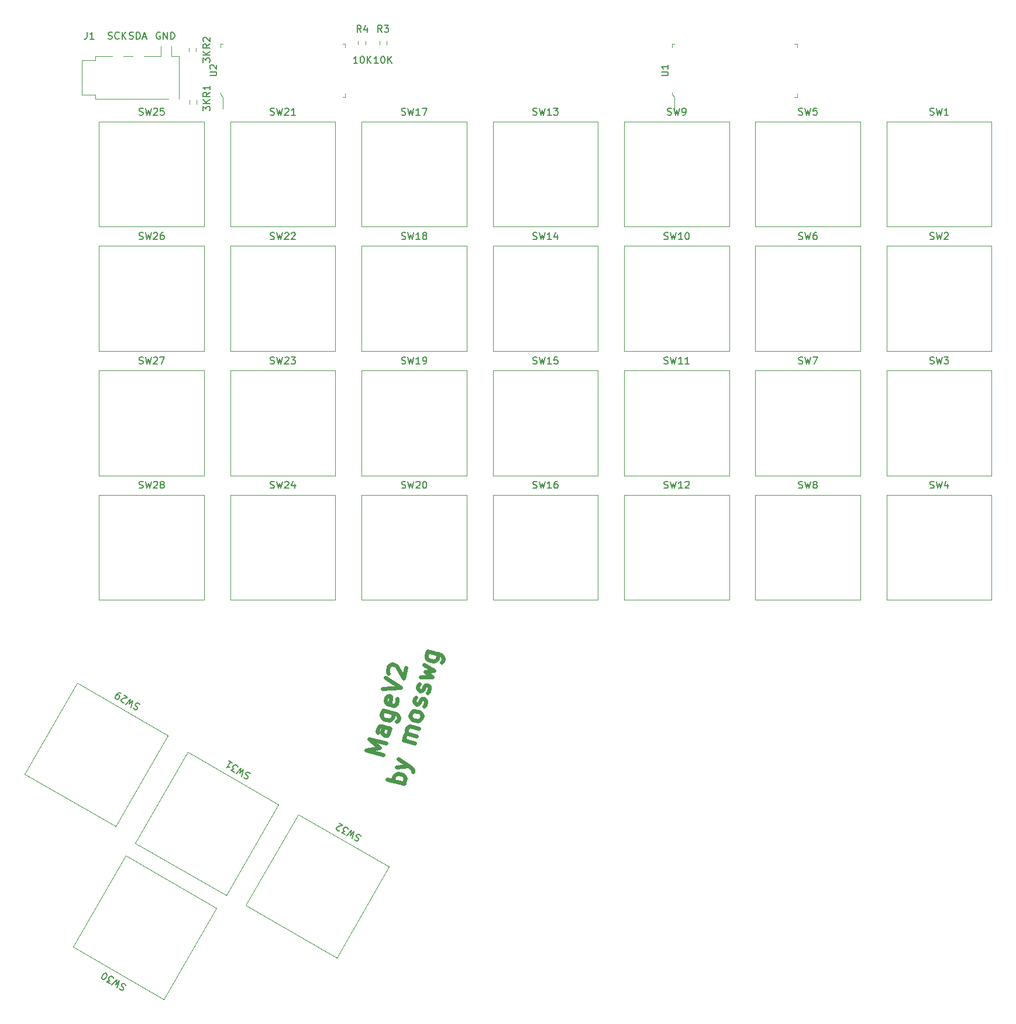
<source format=gbr>
%TF.GenerationSoftware,KiCad,Pcbnew,(6.0.11)*%
%TF.CreationDate,2023-05-24T14:48:23-07:00*%
%TF.ProjectId,keeb,6b656562-2e6b-4696-9361-645f70636258,rev?*%
%TF.SameCoordinates,Original*%
%TF.FileFunction,Legend,Top*%
%TF.FilePolarity,Positive*%
%FSLAX46Y46*%
G04 Gerber Fmt 4.6, Leading zero omitted, Abs format (unit mm)*
G04 Created by KiCad (PCBNEW (6.0.11)) date 2023-05-24 14:48:23*
%MOMM*%
%LPD*%
G01*
G04 APERTURE LIST*
%ADD10C,0.150000*%
%ADD11C,0.600000*%
%ADD12C,0.120000*%
%ADD13C,0.100000*%
G04 APERTURE END LIST*
D10*
X90238095Y-34500000D02*
X90142857Y-34452380D01*
X90000000Y-34452380D01*
X89857142Y-34500000D01*
X89761904Y-34595238D01*
X89714285Y-34690476D01*
X89666666Y-34880952D01*
X89666666Y-35023809D01*
X89714285Y-35214285D01*
X89761904Y-35309523D01*
X89857142Y-35404761D01*
X90000000Y-35452380D01*
X90095238Y-35452380D01*
X90238095Y-35404761D01*
X90285714Y-35357142D01*
X90285714Y-35023809D01*
X90095238Y-35023809D01*
X90714285Y-35452380D02*
X90714285Y-34452380D01*
X91285714Y-35452380D01*
X91285714Y-34452380D01*
X91761904Y-35452380D02*
X91761904Y-34452380D01*
X92000000Y-34452380D01*
X92142857Y-34500000D01*
X92238095Y-34595238D01*
X92285714Y-34690476D01*
X92333333Y-34880952D01*
X92333333Y-35023809D01*
X92285714Y-35214285D01*
X92238095Y-35309523D01*
X92142857Y-35404761D01*
X92000000Y-35452380D01*
X91761904Y-35452380D01*
X85785714Y-35404761D02*
X85928571Y-35452380D01*
X86166666Y-35452380D01*
X86261904Y-35404761D01*
X86309523Y-35357142D01*
X86357142Y-35261904D01*
X86357142Y-35166666D01*
X86309523Y-35071428D01*
X86261904Y-35023809D01*
X86166666Y-34976190D01*
X85976190Y-34928571D01*
X85880952Y-34880952D01*
X85833333Y-34833333D01*
X85785714Y-34738095D01*
X85785714Y-34642857D01*
X85833333Y-34547619D01*
X85880952Y-34500000D01*
X85976190Y-34452380D01*
X86214285Y-34452380D01*
X86357142Y-34500000D01*
X86785714Y-35452380D02*
X86785714Y-34452380D01*
X87023809Y-34452380D01*
X87166666Y-34500000D01*
X87261904Y-34595238D01*
X87309523Y-34690476D01*
X87357142Y-34880952D01*
X87357142Y-35023809D01*
X87309523Y-35214285D01*
X87261904Y-35309523D01*
X87166666Y-35404761D01*
X87023809Y-35452380D01*
X86785714Y-35452380D01*
X87738095Y-35166666D02*
X88214285Y-35166666D01*
X87642857Y-35452380D02*
X87976190Y-34452380D01*
X88309523Y-35452380D01*
D11*
X122484653Y-138981362D02*
X120069838Y-138334314D01*
X122010388Y-137991553D01*
X120501203Y-136724438D01*
X122916018Y-137371485D01*
X123501442Y-135186653D02*
X122236539Y-134847723D01*
X121975745Y-134901091D01*
X121799130Y-135100262D01*
X121675883Y-135560226D01*
X121729251Y-135821020D01*
X123386451Y-135155841D02*
X123439818Y-135416635D01*
X123285759Y-135991591D01*
X123109145Y-136190762D01*
X122848351Y-136244129D01*
X122618368Y-136182506D01*
X122419198Y-136005891D01*
X122365830Y-135745097D01*
X122519889Y-135170141D01*
X122466521Y-134909347D01*
X122476990Y-132570456D02*
X124431840Y-133094256D01*
X124631010Y-133270871D01*
X124715189Y-133416674D01*
X124768557Y-133677468D01*
X124676122Y-134022442D01*
X124499507Y-134221612D01*
X123971875Y-132971009D02*
X124025242Y-133231803D01*
X123901995Y-133691768D01*
X123725381Y-133890938D01*
X123579578Y-133975118D01*
X123318783Y-134028485D01*
X122628836Y-133843615D01*
X122429666Y-133667000D01*
X122345486Y-133521197D01*
X122292119Y-133260403D01*
X122415366Y-132800438D01*
X122591981Y-132601268D01*
X124526487Y-130901168D02*
X124579855Y-131161962D01*
X124456608Y-131621927D01*
X124279993Y-131821097D01*
X124019199Y-131874465D01*
X123099269Y-131627971D01*
X122900099Y-131451356D01*
X122846731Y-131190562D01*
X122969978Y-130730597D01*
X123146593Y-130531427D01*
X123407387Y-130478059D01*
X123637370Y-130539683D01*
X123559234Y-131751218D01*
X122442346Y-129479994D02*
X125072843Y-129322103D01*
X122873711Y-127870118D01*
X123288564Y-127241794D02*
X123204385Y-127095991D01*
X123151017Y-126835197D01*
X123305076Y-126260241D01*
X123481691Y-126061071D01*
X123627494Y-125976891D01*
X123888288Y-125923524D01*
X124118271Y-125985147D01*
X124432432Y-126192574D01*
X125442585Y-127942209D01*
X125843138Y-126447324D01*
X125525180Y-143185366D02*
X123110365Y-142538318D01*
X124030294Y-142784813D02*
X123976927Y-142524018D01*
X124100174Y-142064054D01*
X124276789Y-141864883D01*
X124422592Y-141780704D01*
X124683386Y-141727336D01*
X125373333Y-141912207D01*
X125572503Y-142088822D01*
X125656683Y-142234625D01*
X125710050Y-142495419D01*
X125586803Y-142955384D01*
X125410188Y-143154554D01*
X124439104Y-140799151D02*
X126203039Y-140655560D01*
X124747222Y-139649239D02*
X126203039Y-140655560D01*
X126716371Y-141039601D01*
X126800551Y-141185404D01*
X126853918Y-141446199D01*
X127096581Y-137320816D02*
X125486705Y-136889451D01*
X125716687Y-136951075D02*
X125632508Y-136805272D01*
X125579140Y-136544478D01*
X125671575Y-136199504D01*
X125848190Y-136000334D01*
X126108984Y-135946966D01*
X127373887Y-136285896D01*
X126108984Y-135946966D02*
X125909814Y-135770351D01*
X125856446Y-135509557D01*
X125948881Y-135164584D01*
X126125496Y-134965413D01*
X126386290Y-134912045D01*
X127651193Y-135250975D01*
X128051747Y-133756090D02*
X127875132Y-133955260D01*
X127729329Y-134039440D01*
X127468535Y-134092807D01*
X126778588Y-133907937D01*
X126579417Y-133731322D01*
X126495238Y-133585519D01*
X126441870Y-133324725D01*
X126534306Y-132979751D01*
X126710920Y-132780581D01*
X126856723Y-132696401D01*
X127117517Y-132643034D01*
X127807464Y-132827905D01*
X128006635Y-133004519D01*
X128090814Y-133150322D01*
X128144182Y-133411116D01*
X128051747Y-133756090D01*
X128398932Y-132000411D02*
X128575547Y-131801240D01*
X128698794Y-131341275D01*
X128645427Y-131080481D01*
X128446256Y-130903866D01*
X128331265Y-130873055D01*
X128070471Y-130926422D01*
X127893856Y-131125593D01*
X127801421Y-131470566D01*
X127624806Y-131669737D01*
X127364012Y-131723104D01*
X127249021Y-131692293D01*
X127049850Y-131515678D01*
X126996482Y-131254884D01*
X127088918Y-130909910D01*
X127265532Y-130710740D01*
X128922733Y-130045561D02*
X129099347Y-129846390D01*
X129222595Y-129386425D01*
X129169227Y-129125631D01*
X128970056Y-128949017D01*
X128855065Y-128918205D01*
X128594271Y-128971572D01*
X128417656Y-129170743D01*
X128325221Y-129515716D01*
X128148606Y-129714887D01*
X127887812Y-129768255D01*
X127772821Y-129737443D01*
X127573650Y-129560828D01*
X127520283Y-129300034D01*
X127612718Y-128955060D01*
X127789333Y-128755890D01*
X127920836Y-127805149D02*
X129653960Y-127776549D01*
X128627295Y-127008467D01*
X129900454Y-126856620D01*
X128413825Y-125965290D01*
X128937625Y-124010440D02*
X130892475Y-124534241D01*
X131091646Y-124710855D01*
X131175825Y-124856658D01*
X131229193Y-125117452D01*
X131136757Y-125462426D01*
X130960142Y-125661596D01*
X130432510Y-124410993D02*
X130485878Y-124671788D01*
X130362631Y-125131752D01*
X130186016Y-125330923D01*
X130040213Y-125415102D01*
X129779419Y-125468470D01*
X129089472Y-125283599D01*
X128890301Y-125106984D01*
X128806122Y-124961181D01*
X128752754Y-124700387D01*
X128876002Y-124240422D01*
X129052616Y-124041252D01*
D10*
X82714285Y-35404761D02*
X82857142Y-35452380D01*
X83095238Y-35452380D01*
X83190476Y-35404761D01*
X83238095Y-35357142D01*
X83285714Y-35261904D01*
X83285714Y-35166666D01*
X83238095Y-35071428D01*
X83190476Y-35023809D01*
X83095238Y-34976190D01*
X82904761Y-34928571D01*
X82809523Y-34880952D01*
X82761904Y-34833333D01*
X82714285Y-34738095D01*
X82714285Y-34642857D01*
X82761904Y-34547619D01*
X82809523Y-34500000D01*
X82904761Y-34452380D01*
X83142857Y-34452380D01*
X83285714Y-34500000D01*
X84285714Y-35357142D02*
X84238095Y-35404761D01*
X84095238Y-35452380D01*
X84000000Y-35452380D01*
X83857142Y-35404761D01*
X83761904Y-35309523D01*
X83714285Y-35214285D01*
X83666666Y-35023809D01*
X83666666Y-34880952D01*
X83714285Y-34690476D01*
X83761904Y-34595238D01*
X83857142Y-34500000D01*
X84000000Y-34452380D01*
X84095238Y-34452380D01*
X84238095Y-34500000D01*
X84285714Y-34547619D01*
X84714285Y-35452380D02*
X84714285Y-34452380D01*
X85285714Y-35452380D02*
X84857142Y-34880952D01*
X85285714Y-34452380D02*
X84714285Y-35023809D01*
%TO.C,SW25*%
X87190476Y-46404761D02*
X87333333Y-46452380D01*
X87571428Y-46452380D01*
X87666666Y-46404761D01*
X87714285Y-46357142D01*
X87761904Y-46261904D01*
X87761904Y-46166666D01*
X87714285Y-46071428D01*
X87666666Y-46023809D01*
X87571428Y-45976190D01*
X87380952Y-45928571D01*
X87285714Y-45880952D01*
X87238095Y-45833333D01*
X87190476Y-45738095D01*
X87190476Y-45642857D01*
X87238095Y-45547619D01*
X87285714Y-45500000D01*
X87380952Y-45452380D01*
X87619047Y-45452380D01*
X87761904Y-45500000D01*
X88095238Y-45452380D02*
X88333333Y-46452380D01*
X88523809Y-45738095D01*
X88714285Y-46452380D01*
X88952380Y-45452380D01*
X89285714Y-45547619D02*
X89333333Y-45500000D01*
X89428571Y-45452380D01*
X89666666Y-45452380D01*
X89761904Y-45500000D01*
X89809523Y-45547619D01*
X89857142Y-45642857D01*
X89857142Y-45738095D01*
X89809523Y-45880952D01*
X89238095Y-46452380D01*
X89857142Y-46452380D01*
X90761904Y-45452380D02*
X90285714Y-45452380D01*
X90238095Y-45928571D01*
X90285714Y-45880952D01*
X90380952Y-45833333D01*
X90619047Y-45833333D01*
X90714285Y-45880952D01*
X90761904Y-45928571D01*
X90809523Y-46023809D01*
X90809523Y-46261904D01*
X90761904Y-46357142D01*
X90714285Y-46404761D01*
X90619047Y-46452380D01*
X90380952Y-46452380D01*
X90285714Y-46404761D01*
X90238095Y-46357142D01*
%TO.C,SW5*%
X182666666Y-46404761D02*
X182809523Y-46452380D01*
X183047619Y-46452380D01*
X183142857Y-46404761D01*
X183190476Y-46357142D01*
X183238095Y-46261904D01*
X183238095Y-46166666D01*
X183190476Y-46071428D01*
X183142857Y-46023809D01*
X183047619Y-45976190D01*
X182857142Y-45928571D01*
X182761904Y-45880952D01*
X182714285Y-45833333D01*
X182666666Y-45738095D01*
X182666666Y-45642857D01*
X182714285Y-45547619D01*
X182761904Y-45500000D01*
X182857142Y-45452380D01*
X183095238Y-45452380D01*
X183238095Y-45500000D01*
X183571428Y-45452380D02*
X183809523Y-46452380D01*
X184000000Y-45738095D01*
X184190476Y-46452380D01*
X184428571Y-45452380D01*
X185285714Y-45452380D02*
X184809523Y-45452380D01*
X184761904Y-45928571D01*
X184809523Y-45880952D01*
X184904761Y-45833333D01*
X185142857Y-45833333D01*
X185238095Y-45880952D01*
X185285714Y-45928571D01*
X185333333Y-46023809D01*
X185333333Y-46261904D01*
X185285714Y-46357142D01*
X185238095Y-46404761D01*
X185142857Y-46452380D01*
X184904761Y-46452380D01*
X184809523Y-46404761D01*
X184761904Y-46357142D01*
%TO.C,SW12*%
X163190476Y-100404761D02*
X163333333Y-100452380D01*
X163571428Y-100452380D01*
X163666666Y-100404761D01*
X163714285Y-100357142D01*
X163761904Y-100261904D01*
X163761904Y-100166666D01*
X163714285Y-100071428D01*
X163666666Y-100023809D01*
X163571428Y-99976190D01*
X163380952Y-99928571D01*
X163285714Y-99880952D01*
X163238095Y-99833333D01*
X163190476Y-99738095D01*
X163190476Y-99642857D01*
X163238095Y-99547619D01*
X163285714Y-99500000D01*
X163380952Y-99452380D01*
X163619047Y-99452380D01*
X163761904Y-99500000D01*
X164095238Y-99452380D02*
X164333333Y-100452380D01*
X164523809Y-99738095D01*
X164714285Y-100452380D01*
X164952380Y-99452380D01*
X165857142Y-100452380D02*
X165285714Y-100452380D01*
X165571428Y-100452380D02*
X165571428Y-99452380D01*
X165476190Y-99595238D01*
X165380952Y-99690476D01*
X165285714Y-99738095D01*
X166238095Y-99547619D02*
X166285714Y-99500000D01*
X166380952Y-99452380D01*
X166619047Y-99452380D01*
X166714285Y-99500000D01*
X166761904Y-99547619D01*
X166809523Y-99642857D01*
X166809523Y-99738095D01*
X166761904Y-99880952D01*
X166190476Y-100452380D01*
X166809523Y-100452380D01*
%TO.C,SW6*%
X182666666Y-64404761D02*
X182809523Y-64452380D01*
X183047619Y-64452380D01*
X183142857Y-64404761D01*
X183190476Y-64357142D01*
X183238095Y-64261904D01*
X183238095Y-64166666D01*
X183190476Y-64071428D01*
X183142857Y-64023809D01*
X183047619Y-63976190D01*
X182857142Y-63928571D01*
X182761904Y-63880952D01*
X182714285Y-63833333D01*
X182666666Y-63738095D01*
X182666666Y-63642857D01*
X182714285Y-63547619D01*
X182761904Y-63500000D01*
X182857142Y-63452380D01*
X183095238Y-63452380D01*
X183238095Y-63500000D01*
X183571428Y-63452380D02*
X183809523Y-64452380D01*
X184000000Y-63738095D01*
X184190476Y-64452380D01*
X184428571Y-63452380D01*
X185238095Y-63452380D02*
X185047619Y-63452380D01*
X184952380Y-63500000D01*
X184904761Y-63547619D01*
X184809523Y-63690476D01*
X184761904Y-63880952D01*
X184761904Y-64261904D01*
X184809523Y-64357142D01*
X184857142Y-64404761D01*
X184952380Y-64452380D01*
X185142857Y-64452380D01*
X185238095Y-64404761D01*
X185285714Y-64357142D01*
X185333333Y-64261904D01*
X185333333Y-64023809D01*
X185285714Y-63928571D01*
X185238095Y-63880952D01*
X185142857Y-63833333D01*
X184952380Y-63833333D01*
X184857142Y-63880952D01*
X184809523Y-63928571D01*
X184761904Y-64023809D01*
%TO.C,SW7*%
X182666666Y-82404761D02*
X182809523Y-82452380D01*
X183047619Y-82452380D01*
X183142857Y-82404761D01*
X183190476Y-82357142D01*
X183238095Y-82261904D01*
X183238095Y-82166666D01*
X183190476Y-82071428D01*
X183142857Y-82023809D01*
X183047619Y-81976190D01*
X182857142Y-81928571D01*
X182761904Y-81880952D01*
X182714285Y-81833333D01*
X182666666Y-81738095D01*
X182666666Y-81642857D01*
X182714285Y-81547619D01*
X182761904Y-81500000D01*
X182857142Y-81452380D01*
X183095238Y-81452380D01*
X183238095Y-81500000D01*
X183571428Y-81452380D02*
X183809523Y-82452380D01*
X184000000Y-81738095D01*
X184190476Y-82452380D01*
X184428571Y-81452380D01*
X184714285Y-81452380D02*
X185380952Y-81452380D01*
X184952380Y-82452380D01*
%TO.C,SW19*%
X125190476Y-82404761D02*
X125333333Y-82452380D01*
X125571428Y-82452380D01*
X125666666Y-82404761D01*
X125714285Y-82357142D01*
X125761904Y-82261904D01*
X125761904Y-82166666D01*
X125714285Y-82071428D01*
X125666666Y-82023809D01*
X125571428Y-81976190D01*
X125380952Y-81928571D01*
X125285714Y-81880952D01*
X125238095Y-81833333D01*
X125190476Y-81738095D01*
X125190476Y-81642857D01*
X125238095Y-81547619D01*
X125285714Y-81500000D01*
X125380952Y-81452380D01*
X125619047Y-81452380D01*
X125761904Y-81500000D01*
X126095238Y-81452380D02*
X126333333Y-82452380D01*
X126523809Y-81738095D01*
X126714285Y-82452380D01*
X126952380Y-81452380D01*
X127857142Y-82452380D02*
X127285714Y-82452380D01*
X127571428Y-82452380D02*
X127571428Y-81452380D01*
X127476190Y-81595238D01*
X127380952Y-81690476D01*
X127285714Y-81738095D01*
X128333333Y-82452380D02*
X128523809Y-82452380D01*
X128619047Y-82404761D01*
X128666666Y-82357142D01*
X128761904Y-82214285D01*
X128809523Y-82023809D01*
X128809523Y-81642857D01*
X128761904Y-81547619D01*
X128714285Y-81500000D01*
X128619047Y-81452380D01*
X128428571Y-81452380D01*
X128333333Y-81500000D01*
X128285714Y-81547619D01*
X128238095Y-81642857D01*
X128238095Y-81880952D01*
X128285714Y-81976190D01*
X128333333Y-82023809D01*
X128428571Y-82071428D01*
X128619047Y-82071428D01*
X128714285Y-82023809D01*
X128761904Y-81976190D01*
X128809523Y-81880952D01*
%TO.C,R2*%
X97452380Y-36166666D02*
X96976190Y-36500000D01*
X97452380Y-36738095D02*
X96452380Y-36738095D01*
X96452380Y-36357142D01*
X96500000Y-36261904D01*
X96547619Y-36214285D01*
X96642857Y-36166666D01*
X96785714Y-36166666D01*
X96880952Y-36214285D01*
X96928571Y-36261904D01*
X96976190Y-36357142D01*
X96976190Y-36738095D01*
X96547619Y-35785714D02*
X96500000Y-35738095D01*
X96452380Y-35642857D01*
X96452380Y-35404761D01*
X96500000Y-35309523D01*
X96547619Y-35261904D01*
X96642857Y-35214285D01*
X96738095Y-35214285D01*
X96880952Y-35261904D01*
X97452380Y-35833333D01*
X97452380Y-35214285D01*
X96452380Y-38833333D02*
X96452380Y-38214285D01*
X96833333Y-38547619D01*
X96833333Y-38404761D01*
X96880952Y-38309523D01*
X96928571Y-38261904D01*
X97023809Y-38214285D01*
X97261904Y-38214285D01*
X97357142Y-38261904D01*
X97404761Y-38309523D01*
X97452380Y-38404761D01*
X97452380Y-38690476D01*
X97404761Y-38785714D01*
X97357142Y-38833333D01*
X97452380Y-37785714D02*
X96452380Y-37785714D01*
X97452380Y-37214285D02*
X96880952Y-37642857D01*
X96452380Y-37214285D02*
X97023809Y-37785714D01*
%TO.C,SW3*%
X201666666Y-82404761D02*
X201809523Y-82452380D01*
X202047619Y-82452380D01*
X202142857Y-82404761D01*
X202190476Y-82357142D01*
X202238095Y-82261904D01*
X202238095Y-82166666D01*
X202190476Y-82071428D01*
X202142857Y-82023809D01*
X202047619Y-81976190D01*
X201857142Y-81928571D01*
X201761904Y-81880952D01*
X201714285Y-81833333D01*
X201666666Y-81738095D01*
X201666666Y-81642857D01*
X201714285Y-81547619D01*
X201761904Y-81500000D01*
X201857142Y-81452380D01*
X202095238Y-81452380D01*
X202238095Y-81500000D01*
X202571428Y-81452380D02*
X202809523Y-82452380D01*
X203000000Y-81738095D01*
X203190476Y-82452380D01*
X203428571Y-81452380D01*
X203714285Y-81452380D02*
X204333333Y-81452380D01*
X204000000Y-81833333D01*
X204142857Y-81833333D01*
X204238095Y-81880952D01*
X204285714Y-81928571D01*
X204333333Y-82023809D01*
X204333333Y-82261904D01*
X204285714Y-82357142D01*
X204238095Y-82404761D01*
X204142857Y-82452380D01*
X203857142Y-82452380D01*
X203761904Y-82404761D01*
X203714285Y-82357142D01*
%TO.C,SW9*%
X163666666Y-46404761D02*
X163809523Y-46452380D01*
X164047619Y-46452380D01*
X164142857Y-46404761D01*
X164190476Y-46357142D01*
X164238095Y-46261904D01*
X164238095Y-46166666D01*
X164190476Y-46071428D01*
X164142857Y-46023809D01*
X164047619Y-45976190D01*
X163857142Y-45928571D01*
X163761904Y-45880952D01*
X163714285Y-45833333D01*
X163666666Y-45738095D01*
X163666666Y-45642857D01*
X163714285Y-45547619D01*
X163761904Y-45500000D01*
X163857142Y-45452380D01*
X164095238Y-45452380D01*
X164238095Y-45500000D01*
X164571428Y-45452380D02*
X164809523Y-46452380D01*
X165000000Y-45738095D01*
X165190476Y-46452380D01*
X165428571Y-45452380D01*
X165857142Y-46452380D02*
X166047619Y-46452380D01*
X166142857Y-46404761D01*
X166190476Y-46357142D01*
X166285714Y-46214285D01*
X166333333Y-46023809D01*
X166333333Y-45642857D01*
X166285714Y-45547619D01*
X166238095Y-45500000D01*
X166142857Y-45452380D01*
X165952380Y-45452380D01*
X165857142Y-45500000D01*
X165809523Y-45547619D01*
X165761904Y-45642857D01*
X165761904Y-45880952D01*
X165809523Y-45976190D01*
X165857142Y-46023809D01*
X165952380Y-46071428D01*
X166142857Y-46071428D01*
X166238095Y-46023809D01*
X166285714Y-45976190D01*
X166333333Y-45880952D01*
%TO.C,SW14*%
X144190476Y-64404761D02*
X144333333Y-64452380D01*
X144571428Y-64452380D01*
X144666666Y-64404761D01*
X144714285Y-64357142D01*
X144761904Y-64261904D01*
X144761904Y-64166666D01*
X144714285Y-64071428D01*
X144666666Y-64023809D01*
X144571428Y-63976190D01*
X144380952Y-63928571D01*
X144285714Y-63880952D01*
X144238095Y-63833333D01*
X144190476Y-63738095D01*
X144190476Y-63642857D01*
X144238095Y-63547619D01*
X144285714Y-63500000D01*
X144380952Y-63452380D01*
X144619047Y-63452380D01*
X144761904Y-63500000D01*
X145095238Y-63452380D02*
X145333333Y-64452380D01*
X145523809Y-63738095D01*
X145714285Y-64452380D01*
X145952380Y-63452380D01*
X146857142Y-64452380D02*
X146285714Y-64452380D01*
X146571428Y-64452380D02*
X146571428Y-63452380D01*
X146476190Y-63595238D01*
X146380952Y-63690476D01*
X146285714Y-63738095D01*
X147714285Y-63785714D02*
X147714285Y-64452380D01*
X147476190Y-63404761D02*
X147238095Y-64119047D01*
X147857142Y-64119047D01*
%TO.C,SW1*%
X201666666Y-46404761D02*
X201809523Y-46452380D01*
X202047619Y-46452380D01*
X202142857Y-46404761D01*
X202190476Y-46357142D01*
X202238095Y-46261904D01*
X202238095Y-46166666D01*
X202190476Y-46071428D01*
X202142857Y-46023809D01*
X202047619Y-45976190D01*
X201857142Y-45928571D01*
X201761904Y-45880952D01*
X201714285Y-45833333D01*
X201666666Y-45738095D01*
X201666666Y-45642857D01*
X201714285Y-45547619D01*
X201761904Y-45500000D01*
X201857142Y-45452380D01*
X202095238Y-45452380D01*
X202238095Y-45500000D01*
X202571428Y-45452380D02*
X202809523Y-46452380D01*
X203000000Y-45738095D01*
X203190476Y-46452380D01*
X203428571Y-45452380D01*
X204333333Y-46452380D02*
X203761904Y-46452380D01*
X204047619Y-46452380D02*
X204047619Y-45452380D01*
X203952380Y-45595238D01*
X203857142Y-45690476D01*
X203761904Y-45738095D01*
%TO.C,SW32*%
X119269474Y-150759998D02*
X119169566Y-150647330D01*
X118963369Y-150528283D01*
X118857081Y-150521903D01*
X118792032Y-150539333D01*
X118703174Y-150598002D01*
X118655555Y-150680481D01*
X118649175Y-150786769D01*
X118666605Y-150851818D01*
X118725274Y-150940676D01*
X118866422Y-151077153D01*
X118925091Y-151166012D01*
X118942520Y-151231060D01*
X118936141Y-151337349D01*
X118888522Y-151419827D01*
X118799663Y-151478496D01*
X118734614Y-151495926D01*
X118628326Y-151489546D01*
X118422130Y-151370499D01*
X118322221Y-151257831D01*
X118009737Y-151132403D02*
X118303540Y-150147330D01*
X117781440Y-150670682D01*
X117973626Y-149956854D01*
X117267429Y-150703832D01*
X117019993Y-150560975D02*
X116483882Y-150251451D01*
X116963034Y-150088203D01*
X116839316Y-150016775D01*
X116780647Y-149927916D01*
X116763217Y-149862868D01*
X116769597Y-149756579D01*
X116888644Y-149550383D01*
X116977503Y-149491714D01*
X117042552Y-149474284D01*
X117148840Y-149480664D01*
X117396276Y-149623521D01*
X117454945Y-149712379D01*
X117472374Y-149777428D01*
X116201587Y-149978496D02*
X116136538Y-149995926D01*
X116030250Y-149989546D01*
X115824054Y-149870499D01*
X115765385Y-149781640D01*
X115747955Y-149716592D01*
X115754334Y-149610303D01*
X115801954Y-149527825D01*
X115914621Y-149427916D01*
X116695207Y-149218759D01*
X116159096Y-148909235D01*
%TO.C,SW20*%
X125190476Y-100404761D02*
X125333333Y-100452380D01*
X125571428Y-100452380D01*
X125666666Y-100404761D01*
X125714285Y-100357142D01*
X125761904Y-100261904D01*
X125761904Y-100166666D01*
X125714285Y-100071428D01*
X125666666Y-100023809D01*
X125571428Y-99976190D01*
X125380952Y-99928571D01*
X125285714Y-99880952D01*
X125238095Y-99833333D01*
X125190476Y-99738095D01*
X125190476Y-99642857D01*
X125238095Y-99547619D01*
X125285714Y-99500000D01*
X125380952Y-99452380D01*
X125619047Y-99452380D01*
X125761904Y-99500000D01*
X126095238Y-99452380D02*
X126333333Y-100452380D01*
X126523809Y-99738095D01*
X126714285Y-100452380D01*
X126952380Y-99452380D01*
X127285714Y-99547619D02*
X127333333Y-99500000D01*
X127428571Y-99452380D01*
X127666666Y-99452380D01*
X127761904Y-99500000D01*
X127809523Y-99547619D01*
X127857142Y-99642857D01*
X127857142Y-99738095D01*
X127809523Y-99880952D01*
X127238095Y-100452380D01*
X127857142Y-100452380D01*
X128476190Y-99452380D02*
X128571428Y-99452380D01*
X128666666Y-99500000D01*
X128714285Y-99547619D01*
X128761904Y-99642857D01*
X128809523Y-99833333D01*
X128809523Y-100071428D01*
X128761904Y-100261904D01*
X128714285Y-100357142D01*
X128666666Y-100404761D01*
X128571428Y-100452380D01*
X128476190Y-100452380D01*
X128380952Y-100404761D01*
X128333333Y-100357142D01*
X128285714Y-100261904D01*
X128238095Y-100071428D01*
X128238095Y-99833333D01*
X128285714Y-99642857D01*
X128333333Y-99547619D01*
X128380952Y-99500000D01*
X128476190Y-99452380D01*
%TO.C,SW29*%
X87269474Y-131759998D02*
X87169566Y-131647330D01*
X86963369Y-131528283D01*
X86857081Y-131521903D01*
X86792032Y-131539333D01*
X86703174Y-131598002D01*
X86655555Y-131680481D01*
X86649175Y-131786769D01*
X86666605Y-131851818D01*
X86725274Y-131940676D01*
X86866422Y-132077153D01*
X86925091Y-132166012D01*
X86942520Y-132231060D01*
X86936141Y-132337349D01*
X86888522Y-132419827D01*
X86799663Y-132478496D01*
X86734614Y-132495926D01*
X86628326Y-132489546D01*
X86422130Y-132370499D01*
X86322221Y-132257831D01*
X86009737Y-132132403D02*
X86303540Y-131147330D01*
X85781440Y-131670682D01*
X85973626Y-130956854D01*
X85267429Y-131703832D01*
X85026373Y-131454687D02*
X84961324Y-131472117D01*
X84855036Y-131465737D01*
X84648840Y-131346689D01*
X84590171Y-131257831D01*
X84572741Y-131192782D01*
X84579121Y-131086494D01*
X84626740Y-131004015D01*
X84739408Y-130904107D01*
X85519993Y-130694949D01*
X84983882Y-130385426D01*
X84571489Y-130147330D02*
X84406532Y-130052092D01*
X84300244Y-130045713D01*
X84235195Y-130063142D01*
X84081288Y-130139241D01*
X83944811Y-130280389D01*
X83754334Y-130610303D01*
X83747955Y-130716592D01*
X83765385Y-130781640D01*
X83824054Y-130870499D01*
X83989011Y-130965737D01*
X84095299Y-130972117D01*
X84160348Y-130954687D01*
X84249206Y-130896018D01*
X84368254Y-130689821D01*
X84374634Y-130583533D01*
X84357204Y-130518484D01*
X84298535Y-130429626D01*
X84133577Y-130334388D01*
X84027289Y-130328008D01*
X83962240Y-130345438D01*
X83873382Y-130404107D01*
%TO.C,SW10*%
X163190476Y-64404761D02*
X163333333Y-64452380D01*
X163571428Y-64452380D01*
X163666666Y-64404761D01*
X163714285Y-64357142D01*
X163761904Y-64261904D01*
X163761904Y-64166666D01*
X163714285Y-64071428D01*
X163666666Y-64023809D01*
X163571428Y-63976190D01*
X163380952Y-63928571D01*
X163285714Y-63880952D01*
X163238095Y-63833333D01*
X163190476Y-63738095D01*
X163190476Y-63642857D01*
X163238095Y-63547619D01*
X163285714Y-63500000D01*
X163380952Y-63452380D01*
X163619047Y-63452380D01*
X163761904Y-63500000D01*
X164095238Y-63452380D02*
X164333333Y-64452380D01*
X164523809Y-63738095D01*
X164714285Y-64452380D01*
X164952380Y-63452380D01*
X165857142Y-64452380D02*
X165285714Y-64452380D01*
X165571428Y-64452380D02*
X165571428Y-63452380D01*
X165476190Y-63595238D01*
X165380952Y-63690476D01*
X165285714Y-63738095D01*
X166476190Y-63452380D02*
X166571428Y-63452380D01*
X166666666Y-63500000D01*
X166714285Y-63547619D01*
X166761904Y-63642857D01*
X166809523Y-63833333D01*
X166809523Y-64071428D01*
X166761904Y-64261904D01*
X166714285Y-64357142D01*
X166666666Y-64404761D01*
X166571428Y-64452380D01*
X166476190Y-64452380D01*
X166380952Y-64404761D01*
X166333333Y-64357142D01*
X166285714Y-64261904D01*
X166238095Y-64071428D01*
X166238095Y-63833333D01*
X166285714Y-63642857D01*
X166333333Y-63547619D01*
X166380952Y-63500000D01*
X166476190Y-63452380D01*
%TO.C,J1*%
X79666666Y-34452380D02*
X79666666Y-35166666D01*
X79619047Y-35309523D01*
X79523809Y-35404761D01*
X79380952Y-35452380D01*
X79285714Y-35452380D01*
X80666666Y-35452380D02*
X80095238Y-35452380D01*
X80380952Y-35452380D02*
X80380952Y-34452380D01*
X80285714Y-34595238D01*
X80190476Y-34690476D01*
X80095238Y-34738095D01*
%TO.C,SW8*%
X182666666Y-100404761D02*
X182809523Y-100452380D01*
X183047619Y-100452380D01*
X183142857Y-100404761D01*
X183190476Y-100357142D01*
X183238095Y-100261904D01*
X183238095Y-100166666D01*
X183190476Y-100071428D01*
X183142857Y-100023809D01*
X183047619Y-99976190D01*
X182857142Y-99928571D01*
X182761904Y-99880952D01*
X182714285Y-99833333D01*
X182666666Y-99738095D01*
X182666666Y-99642857D01*
X182714285Y-99547619D01*
X182761904Y-99500000D01*
X182857142Y-99452380D01*
X183095238Y-99452380D01*
X183238095Y-99500000D01*
X183571428Y-99452380D02*
X183809523Y-100452380D01*
X184000000Y-99738095D01*
X184190476Y-100452380D01*
X184428571Y-99452380D01*
X184952380Y-99880952D02*
X184857142Y-99833333D01*
X184809523Y-99785714D01*
X184761904Y-99690476D01*
X184761904Y-99642857D01*
X184809523Y-99547619D01*
X184857142Y-99500000D01*
X184952380Y-99452380D01*
X185142857Y-99452380D01*
X185238095Y-99500000D01*
X185285714Y-99547619D01*
X185333333Y-99642857D01*
X185333333Y-99690476D01*
X185285714Y-99785714D01*
X185238095Y-99833333D01*
X185142857Y-99880952D01*
X184952380Y-99880952D01*
X184857142Y-99928571D01*
X184809523Y-99976190D01*
X184761904Y-100071428D01*
X184761904Y-100261904D01*
X184809523Y-100357142D01*
X184857142Y-100404761D01*
X184952380Y-100452380D01*
X185142857Y-100452380D01*
X185238095Y-100404761D01*
X185285714Y-100357142D01*
X185333333Y-100261904D01*
X185333333Y-100071428D01*
X185285714Y-99976190D01*
X185238095Y-99928571D01*
X185142857Y-99880952D01*
%TO.C,SW31*%
X103269474Y-141759998D02*
X103169566Y-141647330D01*
X102963369Y-141528283D01*
X102857081Y-141521903D01*
X102792032Y-141539333D01*
X102703174Y-141598002D01*
X102655555Y-141680481D01*
X102649175Y-141786769D01*
X102666605Y-141851818D01*
X102725274Y-141940676D01*
X102866422Y-142077153D01*
X102925091Y-142166012D01*
X102942520Y-142231060D01*
X102936141Y-142337349D01*
X102888522Y-142419827D01*
X102799663Y-142478496D01*
X102734614Y-142495926D01*
X102628326Y-142489546D01*
X102422130Y-142370499D01*
X102322221Y-142257831D01*
X102009737Y-142132403D02*
X102303540Y-141147330D01*
X101781440Y-141670682D01*
X101973626Y-140956854D01*
X101267429Y-141703832D01*
X101019993Y-141560975D02*
X100483882Y-141251451D01*
X100963034Y-141088203D01*
X100839316Y-141016775D01*
X100780647Y-140927916D01*
X100763217Y-140862868D01*
X100769597Y-140756579D01*
X100888644Y-140550383D01*
X100977503Y-140491714D01*
X101042552Y-140474284D01*
X101148840Y-140480664D01*
X101396276Y-140623521D01*
X101454945Y-140712379D01*
X101472374Y-140777428D01*
X100159096Y-139909235D02*
X100653968Y-140194949D01*
X100406532Y-140052092D02*
X99906532Y-140918118D01*
X100060439Y-140842019D01*
X100190537Y-140807159D01*
X100296825Y-140813539D01*
%TO.C,SW15*%
X144190476Y-82404761D02*
X144333333Y-82452380D01*
X144571428Y-82452380D01*
X144666666Y-82404761D01*
X144714285Y-82357142D01*
X144761904Y-82261904D01*
X144761904Y-82166666D01*
X144714285Y-82071428D01*
X144666666Y-82023809D01*
X144571428Y-81976190D01*
X144380952Y-81928571D01*
X144285714Y-81880952D01*
X144238095Y-81833333D01*
X144190476Y-81738095D01*
X144190476Y-81642857D01*
X144238095Y-81547619D01*
X144285714Y-81500000D01*
X144380952Y-81452380D01*
X144619047Y-81452380D01*
X144761904Y-81500000D01*
X145095238Y-81452380D02*
X145333333Y-82452380D01*
X145523809Y-81738095D01*
X145714285Y-82452380D01*
X145952380Y-81452380D01*
X146857142Y-82452380D02*
X146285714Y-82452380D01*
X146571428Y-82452380D02*
X146571428Y-81452380D01*
X146476190Y-81595238D01*
X146380952Y-81690476D01*
X146285714Y-81738095D01*
X147761904Y-81452380D02*
X147285714Y-81452380D01*
X147238095Y-81928571D01*
X147285714Y-81880952D01*
X147380952Y-81833333D01*
X147619047Y-81833333D01*
X147714285Y-81880952D01*
X147761904Y-81928571D01*
X147809523Y-82023809D01*
X147809523Y-82261904D01*
X147761904Y-82357142D01*
X147714285Y-82404761D01*
X147619047Y-82452380D01*
X147380952Y-82452380D01*
X147285714Y-82404761D01*
X147238095Y-82357142D01*
%TO.C,SW2*%
X201666666Y-64404761D02*
X201809523Y-64452380D01*
X202047619Y-64452380D01*
X202142857Y-64404761D01*
X202190476Y-64357142D01*
X202238095Y-64261904D01*
X202238095Y-64166666D01*
X202190476Y-64071428D01*
X202142857Y-64023809D01*
X202047619Y-63976190D01*
X201857142Y-63928571D01*
X201761904Y-63880952D01*
X201714285Y-63833333D01*
X201666666Y-63738095D01*
X201666666Y-63642857D01*
X201714285Y-63547619D01*
X201761904Y-63500000D01*
X201857142Y-63452380D01*
X202095238Y-63452380D01*
X202238095Y-63500000D01*
X202571428Y-63452380D02*
X202809523Y-64452380D01*
X203000000Y-63738095D01*
X203190476Y-64452380D01*
X203428571Y-63452380D01*
X203761904Y-63547619D02*
X203809523Y-63500000D01*
X203904761Y-63452380D01*
X204142857Y-63452380D01*
X204238095Y-63500000D01*
X204285714Y-63547619D01*
X204333333Y-63642857D01*
X204333333Y-63738095D01*
X204285714Y-63880952D01*
X203714285Y-64452380D01*
X204333333Y-64452380D01*
%TO.C,R3*%
X122333333Y-34452380D02*
X122000000Y-33976190D01*
X121761904Y-34452380D02*
X121761904Y-33452380D01*
X122142857Y-33452380D01*
X122238095Y-33500000D01*
X122285714Y-33547619D01*
X122333333Y-33642857D01*
X122333333Y-33785714D01*
X122285714Y-33880952D01*
X122238095Y-33928571D01*
X122142857Y-33976190D01*
X121761904Y-33976190D01*
X122666666Y-33452380D02*
X123285714Y-33452380D01*
X122952380Y-33833333D01*
X123095238Y-33833333D01*
X123190476Y-33880952D01*
X123238095Y-33928571D01*
X123285714Y-34023809D01*
X123285714Y-34261904D01*
X123238095Y-34357142D01*
X123190476Y-34404761D01*
X123095238Y-34452380D01*
X122809523Y-34452380D01*
X122714285Y-34404761D01*
X122666666Y-34357142D01*
X121809523Y-38952380D02*
X121238095Y-38952380D01*
X121523809Y-38952380D02*
X121523809Y-37952380D01*
X121428571Y-38095238D01*
X121333333Y-38190476D01*
X121238095Y-38238095D01*
X122428571Y-37952380D02*
X122523809Y-37952380D01*
X122619047Y-38000000D01*
X122666666Y-38047619D01*
X122714285Y-38142857D01*
X122761904Y-38333333D01*
X122761904Y-38571428D01*
X122714285Y-38761904D01*
X122666666Y-38857142D01*
X122619047Y-38904761D01*
X122523809Y-38952380D01*
X122428571Y-38952380D01*
X122333333Y-38904761D01*
X122285714Y-38857142D01*
X122238095Y-38761904D01*
X122190476Y-38571428D01*
X122190476Y-38333333D01*
X122238095Y-38142857D01*
X122285714Y-38047619D01*
X122333333Y-38000000D01*
X122428571Y-37952380D01*
X123190476Y-38952380D02*
X123190476Y-37952380D01*
X123761904Y-38952380D02*
X123333333Y-38380952D01*
X123761904Y-37952380D02*
X123190476Y-38523809D01*
%TO.C,U1*%
X162777380Y-40761904D02*
X163586904Y-40761904D01*
X163682142Y-40714285D01*
X163729761Y-40666666D01*
X163777380Y-40571428D01*
X163777380Y-40380952D01*
X163729761Y-40285714D01*
X163682142Y-40238095D01*
X163586904Y-40190476D01*
X162777380Y-40190476D01*
X163777380Y-39190476D02*
X163777380Y-39761904D01*
X163777380Y-39476190D02*
X162777380Y-39476190D01*
X162920238Y-39571428D01*
X163015476Y-39666666D01*
X163063095Y-39761904D01*
%TO.C,SW11*%
X163190476Y-82404761D02*
X163333333Y-82452380D01*
X163571428Y-82452380D01*
X163666666Y-82404761D01*
X163714285Y-82357142D01*
X163761904Y-82261904D01*
X163761904Y-82166666D01*
X163714285Y-82071428D01*
X163666666Y-82023809D01*
X163571428Y-81976190D01*
X163380952Y-81928571D01*
X163285714Y-81880952D01*
X163238095Y-81833333D01*
X163190476Y-81738095D01*
X163190476Y-81642857D01*
X163238095Y-81547619D01*
X163285714Y-81500000D01*
X163380952Y-81452380D01*
X163619047Y-81452380D01*
X163761904Y-81500000D01*
X164095238Y-81452380D02*
X164333333Y-82452380D01*
X164523809Y-81738095D01*
X164714285Y-82452380D01*
X164952380Y-81452380D01*
X165857142Y-82452380D02*
X165285714Y-82452380D01*
X165571428Y-82452380D02*
X165571428Y-81452380D01*
X165476190Y-81595238D01*
X165380952Y-81690476D01*
X165285714Y-81738095D01*
X166809523Y-82452380D02*
X166238095Y-82452380D01*
X166523809Y-82452380D02*
X166523809Y-81452380D01*
X166428571Y-81595238D01*
X166333333Y-81690476D01*
X166238095Y-81738095D01*
%TO.C,SW30*%
X85269474Y-172348456D02*
X85169566Y-172235788D01*
X84963369Y-172116741D01*
X84857081Y-172110361D01*
X84792032Y-172127791D01*
X84703174Y-172186460D01*
X84655555Y-172268939D01*
X84649175Y-172375227D01*
X84666605Y-172440276D01*
X84725274Y-172529134D01*
X84866422Y-172665611D01*
X84925091Y-172754470D01*
X84942520Y-172819518D01*
X84936141Y-172925807D01*
X84888522Y-173008285D01*
X84799663Y-173066954D01*
X84734614Y-173084384D01*
X84628326Y-173078004D01*
X84422130Y-172958957D01*
X84322221Y-172846289D01*
X84009737Y-172720861D02*
X84303540Y-171735788D01*
X83781440Y-172259140D01*
X83973626Y-171545312D01*
X83267429Y-172292290D01*
X83019993Y-172149433D02*
X82483882Y-171839909D01*
X82963034Y-171676661D01*
X82839316Y-171605233D01*
X82780647Y-171516374D01*
X82763217Y-171451326D01*
X82769597Y-171345037D01*
X82888644Y-171138841D01*
X82977503Y-171080172D01*
X83042552Y-171062742D01*
X83148840Y-171069122D01*
X83396276Y-171211979D01*
X83454945Y-171300837D01*
X83472374Y-171365886D01*
X81947772Y-171530385D02*
X81865293Y-171482766D01*
X81806624Y-171393908D01*
X81789194Y-171328859D01*
X81795574Y-171222571D01*
X81849573Y-171033804D01*
X81968620Y-170827608D01*
X82105098Y-170686460D01*
X82193956Y-170627791D01*
X82259005Y-170610361D01*
X82365293Y-170616741D01*
X82447772Y-170664360D01*
X82506441Y-170753218D01*
X82523870Y-170818267D01*
X82517491Y-170924555D01*
X82463492Y-171113322D01*
X82344444Y-171319518D01*
X82207967Y-171460666D01*
X82119108Y-171519335D01*
X82054060Y-171536765D01*
X81947772Y-171530385D01*
%TO.C,R4*%
X119333333Y-34452380D02*
X119000000Y-33976190D01*
X118761904Y-34452380D02*
X118761904Y-33452380D01*
X119142857Y-33452380D01*
X119238095Y-33500000D01*
X119285714Y-33547619D01*
X119333333Y-33642857D01*
X119333333Y-33785714D01*
X119285714Y-33880952D01*
X119238095Y-33928571D01*
X119142857Y-33976190D01*
X118761904Y-33976190D01*
X120190476Y-33785714D02*
X120190476Y-34452380D01*
X119952380Y-33404761D02*
X119714285Y-34119047D01*
X120333333Y-34119047D01*
X118809523Y-38952380D02*
X118238095Y-38952380D01*
X118523809Y-38952380D02*
X118523809Y-37952380D01*
X118428571Y-38095238D01*
X118333333Y-38190476D01*
X118238095Y-38238095D01*
X119428571Y-37952380D02*
X119523809Y-37952380D01*
X119619047Y-38000000D01*
X119666666Y-38047619D01*
X119714285Y-38142857D01*
X119761904Y-38333333D01*
X119761904Y-38571428D01*
X119714285Y-38761904D01*
X119666666Y-38857142D01*
X119619047Y-38904761D01*
X119523809Y-38952380D01*
X119428571Y-38952380D01*
X119333333Y-38904761D01*
X119285714Y-38857142D01*
X119238095Y-38761904D01*
X119190476Y-38571428D01*
X119190476Y-38333333D01*
X119238095Y-38142857D01*
X119285714Y-38047619D01*
X119333333Y-38000000D01*
X119428571Y-37952380D01*
X120190476Y-38952380D02*
X120190476Y-37952380D01*
X120761904Y-38952380D02*
X120333333Y-38380952D01*
X120761904Y-37952380D02*
X120190476Y-38523809D01*
%TO.C,SW22*%
X106190476Y-64404761D02*
X106333333Y-64452380D01*
X106571428Y-64452380D01*
X106666666Y-64404761D01*
X106714285Y-64357142D01*
X106761904Y-64261904D01*
X106761904Y-64166666D01*
X106714285Y-64071428D01*
X106666666Y-64023809D01*
X106571428Y-63976190D01*
X106380952Y-63928571D01*
X106285714Y-63880952D01*
X106238095Y-63833333D01*
X106190476Y-63738095D01*
X106190476Y-63642857D01*
X106238095Y-63547619D01*
X106285714Y-63500000D01*
X106380952Y-63452380D01*
X106619047Y-63452380D01*
X106761904Y-63500000D01*
X107095238Y-63452380D02*
X107333333Y-64452380D01*
X107523809Y-63738095D01*
X107714285Y-64452380D01*
X107952380Y-63452380D01*
X108285714Y-63547619D02*
X108333333Y-63500000D01*
X108428571Y-63452380D01*
X108666666Y-63452380D01*
X108761904Y-63500000D01*
X108809523Y-63547619D01*
X108857142Y-63642857D01*
X108857142Y-63738095D01*
X108809523Y-63880952D01*
X108238095Y-64452380D01*
X108857142Y-64452380D01*
X109238095Y-63547619D02*
X109285714Y-63500000D01*
X109380952Y-63452380D01*
X109619047Y-63452380D01*
X109714285Y-63500000D01*
X109761904Y-63547619D01*
X109809523Y-63642857D01*
X109809523Y-63738095D01*
X109761904Y-63880952D01*
X109190476Y-64452380D01*
X109809523Y-64452380D01*
%TO.C,SW4*%
X201666666Y-100404761D02*
X201809523Y-100452380D01*
X202047619Y-100452380D01*
X202142857Y-100404761D01*
X202190476Y-100357142D01*
X202238095Y-100261904D01*
X202238095Y-100166666D01*
X202190476Y-100071428D01*
X202142857Y-100023809D01*
X202047619Y-99976190D01*
X201857142Y-99928571D01*
X201761904Y-99880952D01*
X201714285Y-99833333D01*
X201666666Y-99738095D01*
X201666666Y-99642857D01*
X201714285Y-99547619D01*
X201761904Y-99500000D01*
X201857142Y-99452380D01*
X202095238Y-99452380D01*
X202238095Y-99500000D01*
X202571428Y-99452380D02*
X202809523Y-100452380D01*
X203000000Y-99738095D01*
X203190476Y-100452380D01*
X203428571Y-99452380D01*
X204238095Y-99785714D02*
X204238095Y-100452380D01*
X204000000Y-99404761D02*
X203761904Y-100119047D01*
X204380952Y-100119047D01*
%TO.C,SW21*%
X106190476Y-46404761D02*
X106333333Y-46452380D01*
X106571428Y-46452380D01*
X106666666Y-46404761D01*
X106714285Y-46357142D01*
X106761904Y-46261904D01*
X106761904Y-46166666D01*
X106714285Y-46071428D01*
X106666666Y-46023809D01*
X106571428Y-45976190D01*
X106380952Y-45928571D01*
X106285714Y-45880952D01*
X106238095Y-45833333D01*
X106190476Y-45738095D01*
X106190476Y-45642857D01*
X106238095Y-45547619D01*
X106285714Y-45500000D01*
X106380952Y-45452380D01*
X106619047Y-45452380D01*
X106761904Y-45500000D01*
X107095238Y-45452380D02*
X107333333Y-46452380D01*
X107523809Y-45738095D01*
X107714285Y-46452380D01*
X107952380Y-45452380D01*
X108285714Y-45547619D02*
X108333333Y-45500000D01*
X108428571Y-45452380D01*
X108666666Y-45452380D01*
X108761904Y-45500000D01*
X108809523Y-45547619D01*
X108857142Y-45642857D01*
X108857142Y-45738095D01*
X108809523Y-45880952D01*
X108238095Y-46452380D01*
X108857142Y-46452380D01*
X109809523Y-46452380D02*
X109238095Y-46452380D01*
X109523809Y-46452380D02*
X109523809Y-45452380D01*
X109428571Y-45595238D01*
X109333333Y-45690476D01*
X109238095Y-45738095D01*
%TO.C,SW17*%
X125190476Y-46404761D02*
X125333333Y-46452380D01*
X125571428Y-46452380D01*
X125666666Y-46404761D01*
X125714285Y-46357142D01*
X125761904Y-46261904D01*
X125761904Y-46166666D01*
X125714285Y-46071428D01*
X125666666Y-46023809D01*
X125571428Y-45976190D01*
X125380952Y-45928571D01*
X125285714Y-45880952D01*
X125238095Y-45833333D01*
X125190476Y-45738095D01*
X125190476Y-45642857D01*
X125238095Y-45547619D01*
X125285714Y-45500000D01*
X125380952Y-45452380D01*
X125619047Y-45452380D01*
X125761904Y-45500000D01*
X126095238Y-45452380D02*
X126333333Y-46452380D01*
X126523809Y-45738095D01*
X126714285Y-46452380D01*
X126952380Y-45452380D01*
X127857142Y-46452380D02*
X127285714Y-46452380D01*
X127571428Y-46452380D02*
X127571428Y-45452380D01*
X127476190Y-45595238D01*
X127380952Y-45690476D01*
X127285714Y-45738095D01*
X128190476Y-45452380D02*
X128857142Y-45452380D01*
X128428571Y-46452380D01*
%TO.C,SW16*%
X144190476Y-100404761D02*
X144333333Y-100452380D01*
X144571428Y-100452380D01*
X144666666Y-100404761D01*
X144714285Y-100357142D01*
X144761904Y-100261904D01*
X144761904Y-100166666D01*
X144714285Y-100071428D01*
X144666666Y-100023809D01*
X144571428Y-99976190D01*
X144380952Y-99928571D01*
X144285714Y-99880952D01*
X144238095Y-99833333D01*
X144190476Y-99738095D01*
X144190476Y-99642857D01*
X144238095Y-99547619D01*
X144285714Y-99500000D01*
X144380952Y-99452380D01*
X144619047Y-99452380D01*
X144761904Y-99500000D01*
X145095238Y-99452380D02*
X145333333Y-100452380D01*
X145523809Y-99738095D01*
X145714285Y-100452380D01*
X145952380Y-99452380D01*
X146857142Y-100452380D02*
X146285714Y-100452380D01*
X146571428Y-100452380D02*
X146571428Y-99452380D01*
X146476190Y-99595238D01*
X146380952Y-99690476D01*
X146285714Y-99738095D01*
X147714285Y-99452380D02*
X147523809Y-99452380D01*
X147428571Y-99500000D01*
X147380952Y-99547619D01*
X147285714Y-99690476D01*
X147238095Y-99880952D01*
X147238095Y-100261904D01*
X147285714Y-100357142D01*
X147333333Y-100404761D01*
X147428571Y-100452380D01*
X147619047Y-100452380D01*
X147714285Y-100404761D01*
X147761904Y-100357142D01*
X147809523Y-100261904D01*
X147809523Y-100023809D01*
X147761904Y-99928571D01*
X147714285Y-99880952D01*
X147619047Y-99833333D01*
X147428571Y-99833333D01*
X147333333Y-99880952D01*
X147285714Y-99928571D01*
X147238095Y-100023809D01*
%TO.C,R1*%
X97452380Y-43166666D02*
X96976190Y-43500000D01*
X97452380Y-43738095D02*
X96452380Y-43738095D01*
X96452380Y-43357142D01*
X96500000Y-43261904D01*
X96547619Y-43214285D01*
X96642857Y-43166666D01*
X96785714Y-43166666D01*
X96880952Y-43214285D01*
X96928571Y-43261904D01*
X96976190Y-43357142D01*
X96976190Y-43738095D01*
X97452380Y-42214285D02*
X97452380Y-42785714D01*
X97452380Y-42500000D02*
X96452380Y-42500000D01*
X96595238Y-42595238D01*
X96690476Y-42690476D01*
X96738095Y-42785714D01*
X96452380Y-45833333D02*
X96452380Y-45214285D01*
X96833333Y-45547619D01*
X96833333Y-45404761D01*
X96880952Y-45309523D01*
X96928571Y-45261904D01*
X97023809Y-45214285D01*
X97261904Y-45214285D01*
X97357142Y-45261904D01*
X97404761Y-45309523D01*
X97452380Y-45404761D01*
X97452380Y-45690476D01*
X97404761Y-45785714D01*
X97357142Y-45833333D01*
X97452380Y-44785714D02*
X96452380Y-44785714D01*
X97452380Y-44214285D02*
X96880952Y-44642857D01*
X96452380Y-44214285D02*
X97023809Y-44785714D01*
%TO.C,SW26*%
X87190476Y-64404761D02*
X87333333Y-64452380D01*
X87571428Y-64452380D01*
X87666666Y-64404761D01*
X87714285Y-64357142D01*
X87761904Y-64261904D01*
X87761904Y-64166666D01*
X87714285Y-64071428D01*
X87666666Y-64023809D01*
X87571428Y-63976190D01*
X87380952Y-63928571D01*
X87285714Y-63880952D01*
X87238095Y-63833333D01*
X87190476Y-63738095D01*
X87190476Y-63642857D01*
X87238095Y-63547619D01*
X87285714Y-63500000D01*
X87380952Y-63452380D01*
X87619047Y-63452380D01*
X87761904Y-63500000D01*
X88095238Y-63452380D02*
X88333333Y-64452380D01*
X88523809Y-63738095D01*
X88714285Y-64452380D01*
X88952380Y-63452380D01*
X89285714Y-63547619D02*
X89333333Y-63500000D01*
X89428571Y-63452380D01*
X89666666Y-63452380D01*
X89761904Y-63500000D01*
X89809523Y-63547619D01*
X89857142Y-63642857D01*
X89857142Y-63738095D01*
X89809523Y-63880952D01*
X89238095Y-64452380D01*
X89857142Y-64452380D01*
X90714285Y-63452380D02*
X90523809Y-63452380D01*
X90428571Y-63500000D01*
X90380952Y-63547619D01*
X90285714Y-63690476D01*
X90238095Y-63880952D01*
X90238095Y-64261904D01*
X90285714Y-64357142D01*
X90333333Y-64404761D01*
X90428571Y-64452380D01*
X90619047Y-64452380D01*
X90714285Y-64404761D01*
X90761904Y-64357142D01*
X90809523Y-64261904D01*
X90809523Y-64023809D01*
X90761904Y-63928571D01*
X90714285Y-63880952D01*
X90619047Y-63833333D01*
X90428571Y-63833333D01*
X90333333Y-63880952D01*
X90285714Y-63928571D01*
X90238095Y-64023809D01*
%TO.C,U2*%
X97412380Y-40761904D02*
X98221904Y-40761904D01*
X98317142Y-40714285D01*
X98364761Y-40666666D01*
X98412380Y-40571428D01*
X98412380Y-40380952D01*
X98364761Y-40285714D01*
X98317142Y-40238095D01*
X98221904Y-40190476D01*
X97412380Y-40190476D01*
X97507619Y-39761904D02*
X97460000Y-39714285D01*
X97412380Y-39619047D01*
X97412380Y-39380952D01*
X97460000Y-39285714D01*
X97507619Y-39238095D01*
X97602857Y-39190476D01*
X97698095Y-39190476D01*
X97840952Y-39238095D01*
X98412380Y-39809523D01*
X98412380Y-39190476D01*
%TO.C,SW24*%
X106190476Y-100404761D02*
X106333333Y-100452380D01*
X106571428Y-100452380D01*
X106666666Y-100404761D01*
X106714285Y-100357142D01*
X106761904Y-100261904D01*
X106761904Y-100166666D01*
X106714285Y-100071428D01*
X106666666Y-100023809D01*
X106571428Y-99976190D01*
X106380952Y-99928571D01*
X106285714Y-99880952D01*
X106238095Y-99833333D01*
X106190476Y-99738095D01*
X106190476Y-99642857D01*
X106238095Y-99547619D01*
X106285714Y-99500000D01*
X106380952Y-99452380D01*
X106619047Y-99452380D01*
X106761904Y-99500000D01*
X107095238Y-99452380D02*
X107333333Y-100452380D01*
X107523809Y-99738095D01*
X107714285Y-100452380D01*
X107952380Y-99452380D01*
X108285714Y-99547619D02*
X108333333Y-99500000D01*
X108428571Y-99452380D01*
X108666666Y-99452380D01*
X108761904Y-99500000D01*
X108809523Y-99547619D01*
X108857142Y-99642857D01*
X108857142Y-99738095D01*
X108809523Y-99880952D01*
X108238095Y-100452380D01*
X108857142Y-100452380D01*
X109714285Y-99785714D02*
X109714285Y-100452380D01*
X109476190Y-99404761D02*
X109238095Y-100119047D01*
X109857142Y-100119047D01*
%TO.C,SW18*%
X125190476Y-64404761D02*
X125333333Y-64452380D01*
X125571428Y-64452380D01*
X125666666Y-64404761D01*
X125714285Y-64357142D01*
X125761904Y-64261904D01*
X125761904Y-64166666D01*
X125714285Y-64071428D01*
X125666666Y-64023809D01*
X125571428Y-63976190D01*
X125380952Y-63928571D01*
X125285714Y-63880952D01*
X125238095Y-63833333D01*
X125190476Y-63738095D01*
X125190476Y-63642857D01*
X125238095Y-63547619D01*
X125285714Y-63500000D01*
X125380952Y-63452380D01*
X125619047Y-63452380D01*
X125761904Y-63500000D01*
X126095238Y-63452380D02*
X126333333Y-64452380D01*
X126523809Y-63738095D01*
X126714285Y-64452380D01*
X126952380Y-63452380D01*
X127857142Y-64452380D02*
X127285714Y-64452380D01*
X127571428Y-64452380D02*
X127571428Y-63452380D01*
X127476190Y-63595238D01*
X127380952Y-63690476D01*
X127285714Y-63738095D01*
X128428571Y-63880952D02*
X128333333Y-63833333D01*
X128285714Y-63785714D01*
X128238095Y-63690476D01*
X128238095Y-63642857D01*
X128285714Y-63547619D01*
X128333333Y-63500000D01*
X128428571Y-63452380D01*
X128619047Y-63452380D01*
X128714285Y-63500000D01*
X128761904Y-63547619D01*
X128809523Y-63642857D01*
X128809523Y-63690476D01*
X128761904Y-63785714D01*
X128714285Y-63833333D01*
X128619047Y-63880952D01*
X128428571Y-63880952D01*
X128333333Y-63928571D01*
X128285714Y-63976190D01*
X128238095Y-64071428D01*
X128238095Y-64261904D01*
X128285714Y-64357142D01*
X128333333Y-64404761D01*
X128428571Y-64452380D01*
X128619047Y-64452380D01*
X128714285Y-64404761D01*
X128761904Y-64357142D01*
X128809523Y-64261904D01*
X128809523Y-64071428D01*
X128761904Y-63976190D01*
X128714285Y-63928571D01*
X128619047Y-63880952D01*
%TO.C,SW27*%
X87190476Y-82404761D02*
X87333333Y-82452380D01*
X87571428Y-82452380D01*
X87666666Y-82404761D01*
X87714285Y-82357142D01*
X87761904Y-82261904D01*
X87761904Y-82166666D01*
X87714285Y-82071428D01*
X87666666Y-82023809D01*
X87571428Y-81976190D01*
X87380952Y-81928571D01*
X87285714Y-81880952D01*
X87238095Y-81833333D01*
X87190476Y-81738095D01*
X87190476Y-81642857D01*
X87238095Y-81547619D01*
X87285714Y-81500000D01*
X87380952Y-81452380D01*
X87619047Y-81452380D01*
X87761904Y-81500000D01*
X88095238Y-81452380D02*
X88333333Y-82452380D01*
X88523809Y-81738095D01*
X88714285Y-82452380D01*
X88952380Y-81452380D01*
X89285714Y-81547619D02*
X89333333Y-81500000D01*
X89428571Y-81452380D01*
X89666666Y-81452380D01*
X89761904Y-81500000D01*
X89809523Y-81547619D01*
X89857142Y-81642857D01*
X89857142Y-81738095D01*
X89809523Y-81880952D01*
X89238095Y-82452380D01*
X89857142Y-82452380D01*
X90190476Y-81452380D02*
X90857142Y-81452380D01*
X90428571Y-82452380D01*
%TO.C,SW28*%
X87190476Y-100404761D02*
X87333333Y-100452380D01*
X87571428Y-100452380D01*
X87666666Y-100404761D01*
X87714285Y-100357142D01*
X87761904Y-100261904D01*
X87761904Y-100166666D01*
X87714285Y-100071428D01*
X87666666Y-100023809D01*
X87571428Y-99976190D01*
X87380952Y-99928571D01*
X87285714Y-99880952D01*
X87238095Y-99833333D01*
X87190476Y-99738095D01*
X87190476Y-99642857D01*
X87238095Y-99547619D01*
X87285714Y-99500000D01*
X87380952Y-99452380D01*
X87619047Y-99452380D01*
X87761904Y-99500000D01*
X88095238Y-99452380D02*
X88333333Y-100452380D01*
X88523809Y-99738095D01*
X88714285Y-100452380D01*
X88952380Y-99452380D01*
X89285714Y-99547619D02*
X89333333Y-99500000D01*
X89428571Y-99452380D01*
X89666666Y-99452380D01*
X89761904Y-99500000D01*
X89809523Y-99547619D01*
X89857142Y-99642857D01*
X89857142Y-99738095D01*
X89809523Y-99880952D01*
X89238095Y-100452380D01*
X89857142Y-100452380D01*
X90428571Y-99880952D02*
X90333333Y-99833333D01*
X90285714Y-99785714D01*
X90238095Y-99690476D01*
X90238095Y-99642857D01*
X90285714Y-99547619D01*
X90333333Y-99500000D01*
X90428571Y-99452380D01*
X90619047Y-99452380D01*
X90714285Y-99500000D01*
X90761904Y-99547619D01*
X90809523Y-99642857D01*
X90809523Y-99690476D01*
X90761904Y-99785714D01*
X90714285Y-99833333D01*
X90619047Y-99880952D01*
X90428571Y-99880952D01*
X90333333Y-99928571D01*
X90285714Y-99976190D01*
X90238095Y-100071428D01*
X90238095Y-100261904D01*
X90285714Y-100357142D01*
X90333333Y-100404761D01*
X90428571Y-100452380D01*
X90619047Y-100452380D01*
X90714285Y-100404761D01*
X90761904Y-100357142D01*
X90809523Y-100261904D01*
X90809523Y-100071428D01*
X90761904Y-99976190D01*
X90714285Y-99928571D01*
X90619047Y-99880952D01*
%TO.C,SW13*%
X144190476Y-46404761D02*
X144333333Y-46452380D01*
X144571428Y-46452380D01*
X144666666Y-46404761D01*
X144714285Y-46357142D01*
X144761904Y-46261904D01*
X144761904Y-46166666D01*
X144714285Y-46071428D01*
X144666666Y-46023809D01*
X144571428Y-45976190D01*
X144380952Y-45928571D01*
X144285714Y-45880952D01*
X144238095Y-45833333D01*
X144190476Y-45738095D01*
X144190476Y-45642857D01*
X144238095Y-45547619D01*
X144285714Y-45500000D01*
X144380952Y-45452380D01*
X144619047Y-45452380D01*
X144761904Y-45500000D01*
X145095238Y-45452380D02*
X145333333Y-46452380D01*
X145523809Y-45738095D01*
X145714285Y-46452380D01*
X145952380Y-45452380D01*
X146857142Y-46452380D02*
X146285714Y-46452380D01*
X146571428Y-46452380D02*
X146571428Y-45452380D01*
X146476190Y-45595238D01*
X146380952Y-45690476D01*
X146285714Y-45738095D01*
X147190476Y-45452380D02*
X147809523Y-45452380D01*
X147476190Y-45833333D01*
X147619047Y-45833333D01*
X147714285Y-45880952D01*
X147761904Y-45928571D01*
X147809523Y-46023809D01*
X147809523Y-46261904D01*
X147761904Y-46357142D01*
X147714285Y-46404761D01*
X147619047Y-46452380D01*
X147333333Y-46452380D01*
X147238095Y-46404761D01*
X147190476Y-46357142D01*
%TO.C,SW23*%
X106190476Y-82404761D02*
X106333333Y-82452380D01*
X106571428Y-82452380D01*
X106666666Y-82404761D01*
X106714285Y-82357142D01*
X106761904Y-82261904D01*
X106761904Y-82166666D01*
X106714285Y-82071428D01*
X106666666Y-82023809D01*
X106571428Y-81976190D01*
X106380952Y-81928571D01*
X106285714Y-81880952D01*
X106238095Y-81833333D01*
X106190476Y-81738095D01*
X106190476Y-81642857D01*
X106238095Y-81547619D01*
X106285714Y-81500000D01*
X106380952Y-81452380D01*
X106619047Y-81452380D01*
X106761904Y-81500000D01*
X107095238Y-81452380D02*
X107333333Y-82452380D01*
X107523809Y-81738095D01*
X107714285Y-82452380D01*
X107952380Y-81452380D01*
X108285714Y-81547619D02*
X108333333Y-81500000D01*
X108428571Y-81452380D01*
X108666666Y-81452380D01*
X108761904Y-81500000D01*
X108809523Y-81547619D01*
X108857142Y-81642857D01*
X108857142Y-81738095D01*
X108809523Y-81880952D01*
X108238095Y-82452380D01*
X108857142Y-82452380D01*
X109190476Y-81452380D02*
X109809523Y-81452380D01*
X109476190Y-81833333D01*
X109619047Y-81833333D01*
X109714285Y-81880952D01*
X109761904Y-81928571D01*
X109809523Y-82023809D01*
X109809523Y-82261904D01*
X109761904Y-82357142D01*
X109714285Y-82404761D01*
X109619047Y-82452380D01*
X109333333Y-82452380D01*
X109238095Y-82404761D01*
X109190476Y-82357142D01*
D12*
%TO.C,SW25*%
X81400000Y-62600000D02*
X96600000Y-62600000D01*
X96600000Y-47400000D02*
X81400000Y-47400000D01*
X81400000Y-47400000D02*
X81400000Y-62600000D01*
X96600000Y-62600000D02*
X96600000Y-47400000D01*
%TO.C,SW5*%
X191600000Y-47400000D02*
X176400000Y-47400000D01*
X176400000Y-47400000D02*
X176400000Y-62600000D01*
X176400000Y-62600000D02*
X191600000Y-62600000D01*
X191600000Y-62600000D02*
X191600000Y-47400000D01*
%TO.C,SW12*%
X157400000Y-101400000D02*
X157400000Y-116600000D01*
X172600000Y-116600000D02*
X172600000Y-101400000D01*
X157400000Y-116600000D02*
X172600000Y-116600000D01*
X172600000Y-101400000D02*
X157400000Y-101400000D01*
%TO.C,SW6*%
X191600000Y-65400000D02*
X176400000Y-65400000D01*
X176400000Y-80600000D02*
X191600000Y-80600000D01*
X176400000Y-65400000D02*
X176400000Y-80600000D01*
X191600000Y-80600000D02*
X191600000Y-65400000D01*
%TO.C,SW7*%
X191600000Y-83400000D02*
X176400000Y-83400000D01*
X176400000Y-98600000D02*
X191600000Y-98600000D01*
X176400000Y-83400000D02*
X176400000Y-98600000D01*
X191600000Y-98600000D02*
X191600000Y-83400000D01*
%TO.C,SW19*%
X134600000Y-83400000D02*
X119400000Y-83400000D01*
X119400000Y-83400000D02*
X119400000Y-98600000D01*
X119400000Y-98600000D02*
X134600000Y-98600000D01*
X134600000Y-98600000D02*
X134600000Y-83400000D01*
%TO.C,R2*%
X94412500Y-36745276D02*
X94412500Y-37254724D01*
X95457500Y-36745276D02*
X95457500Y-37254724D01*
%TO.C,SW3*%
X210600000Y-83400000D02*
X195400000Y-83400000D01*
X195400000Y-98600000D02*
X210600000Y-98600000D01*
X195400000Y-83400000D02*
X195400000Y-98600000D01*
X210600000Y-98600000D02*
X210600000Y-83400000D01*
%TO.C,SW9*%
X172600000Y-47400000D02*
X157400000Y-47400000D01*
X157400000Y-62600000D02*
X172600000Y-62600000D01*
X172600000Y-62600000D02*
X172600000Y-47400000D01*
X157400000Y-47400000D02*
X157400000Y-62600000D01*
%TO.C,SW14*%
X153600000Y-80600000D02*
X153600000Y-65400000D01*
X153600000Y-65400000D02*
X138400000Y-65400000D01*
X138400000Y-80600000D02*
X153600000Y-80600000D01*
X138400000Y-65400000D02*
X138400000Y-80600000D01*
%TO.C,SW1*%
X195400000Y-62600000D02*
X210600000Y-62600000D01*
X210600000Y-47400000D02*
X195400000Y-47400000D01*
X210600000Y-62600000D02*
X210600000Y-47400000D01*
X195400000Y-47400000D02*
X195400000Y-62600000D01*
%TO.C,SW32*%
X115781793Y-168381793D02*
X123381793Y-155218207D01*
X102618207Y-160781793D02*
X115781793Y-168381793D01*
X110218207Y-147618207D02*
X102618207Y-160781793D01*
X123381793Y-155218207D02*
X110218207Y-147618207D01*
%TO.C,SW20*%
X119400000Y-116600000D02*
X134600000Y-116600000D01*
X134600000Y-101400000D02*
X119400000Y-101400000D01*
X119400000Y-101400000D02*
X119400000Y-116600000D01*
X134600000Y-116600000D02*
X134600000Y-101400000D01*
%TO.C,SW29*%
X70618207Y-141781793D02*
X83781793Y-149381793D01*
X78218207Y-128618207D02*
X70618207Y-141781793D01*
X91381793Y-136218207D02*
X78218207Y-128618207D01*
X83781793Y-149381793D02*
X91381793Y-136218207D01*
%TO.C,SW10*%
X157400000Y-80600000D02*
X172600000Y-80600000D01*
X172600000Y-65400000D02*
X157400000Y-65400000D01*
X157400000Y-65400000D02*
X157400000Y-80600000D01*
X172600000Y-80600000D02*
X172600000Y-65400000D01*
%TO.C,J1*%
X91420000Y-44100000D02*
X80895000Y-44100000D01*
X90320000Y-37900000D02*
X90320000Y-36500000D01*
X80895000Y-38500000D02*
X78895000Y-38500000D01*
X87920000Y-37900000D02*
X90320000Y-37900000D01*
X92995000Y-44100000D02*
X92995000Y-37900000D01*
X80895000Y-37900000D02*
X83270000Y-37900000D01*
X80895000Y-43500000D02*
X78895000Y-43500000D01*
X78895000Y-38500000D02*
X78895000Y-43500000D01*
X91870000Y-37900000D02*
X91870000Y-36500000D01*
X91870000Y-37900000D02*
X92995000Y-37900000D01*
X84920000Y-37900000D02*
X86270000Y-37900000D01*
X80895000Y-43500000D02*
X80895000Y-44100000D01*
X80895000Y-37900000D02*
X80895000Y-38500000D01*
%TO.C,SW8*%
X176400000Y-116600000D02*
X191600000Y-116600000D01*
X191600000Y-116600000D02*
X191600000Y-101400000D01*
X191600000Y-101400000D02*
X176400000Y-101400000D01*
X176400000Y-101400000D02*
X176400000Y-116600000D01*
%TO.C,SW31*%
X86618207Y-151781793D02*
X99781793Y-159381793D01*
X107381793Y-146218207D02*
X94218207Y-138618207D01*
X94218207Y-138618207D02*
X86618207Y-151781793D01*
X99781793Y-159381793D02*
X107381793Y-146218207D01*
%TO.C,SW15*%
X153600000Y-83400000D02*
X138400000Y-83400000D01*
X153600000Y-98600000D02*
X153600000Y-83400000D01*
X138400000Y-83400000D02*
X138400000Y-98600000D01*
X138400000Y-98600000D02*
X153600000Y-98600000D01*
%TO.C,SW2*%
X210600000Y-65400000D02*
X195400000Y-65400000D01*
X195400000Y-80600000D02*
X210600000Y-80600000D01*
X210600000Y-80600000D02*
X210600000Y-65400000D01*
X195400000Y-65400000D02*
X195400000Y-80600000D01*
%TO.C,R3*%
X123022500Y-35745276D02*
X123022500Y-36254724D01*
X121977500Y-35745276D02*
X121977500Y-36254724D01*
D13*
%TO.C,U1*%
X164715000Y-43850000D02*
X164315000Y-43450000D01*
X164315000Y-36150000D02*
X164715000Y-36150000D01*
X164315000Y-43450000D02*
X164315000Y-43200000D01*
X164715000Y-43850000D02*
X164715000Y-45550000D01*
X164315000Y-36150000D02*
X164315000Y-36650000D01*
X182415000Y-43850000D02*
X182015000Y-43850000D01*
X182415000Y-36150000D02*
X182015000Y-36150000D01*
X182415000Y-36150000D02*
X182415000Y-36650000D01*
X182415000Y-43850000D02*
X182415000Y-43350000D01*
D12*
%TO.C,SW11*%
X172600000Y-98600000D02*
X172600000Y-83400000D01*
X157400000Y-98600000D02*
X172600000Y-98600000D01*
X157400000Y-83400000D02*
X157400000Y-98600000D01*
X172600000Y-83400000D02*
X157400000Y-83400000D01*
%TO.C,SW30*%
X90781793Y-174381793D02*
X98381793Y-161218207D01*
X85218207Y-153618207D02*
X77618207Y-166781793D01*
X98381793Y-161218207D02*
X85218207Y-153618207D01*
X77618207Y-166781793D02*
X90781793Y-174381793D01*
%TO.C,R4*%
X119935000Y-35745276D02*
X119935000Y-36254724D01*
X118890000Y-35745276D02*
X118890000Y-36254724D01*
%TO.C,SW22*%
X115600000Y-80600000D02*
X115600000Y-65400000D01*
X100400000Y-65400000D02*
X100400000Y-80600000D01*
X100400000Y-80600000D02*
X115600000Y-80600000D01*
X115600000Y-65400000D02*
X100400000Y-65400000D01*
%TO.C,SW4*%
X195400000Y-101400000D02*
X195400000Y-116600000D01*
X210600000Y-116600000D02*
X210600000Y-101400000D01*
X195400000Y-116600000D02*
X210600000Y-116600000D01*
X210600000Y-101400000D02*
X195400000Y-101400000D01*
%TO.C,SW21*%
X100400000Y-62600000D02*
X115600000Y-62600000D01*
X115600000Y-62600000D02*
X115600000Y-47400000D01*
X100400000Y-47400000D02*
X100400000Y-62600000D01*
X115600000Y-47400000D02*
X100400000Y-47400000D01*
%TO.C,SW17*%
X119400000Y-62600000D02*
X134600000Y-62600000D01*
X119400000Y-47400000D02*
X119400000Y-62600000D01*
X134600000Y-47400000D02*
X119400000Y-47400000D01*
X134600000Y-62600000D02*
X134600000Y-47400000D01*
%TO.C,SW16*%
X153600000Y-101400000D02*
X138400000Y-101400000D01*
X138400000Y-101400000D02*
X138400000Y-116600000D01*
X138400000Y-116600000D02*
X153600000Y-116600000D01*
X153600000Y-116600000D02*
X153600000Y-101400000D01*
%TO.C,R1*%
X94477500Y-44832776D02*
X94477500Y-44323328D01*
X95522500Y-44832776D02*
X95522500Y-44323328D01*
%TO.C,SW26*%
X81400000Y-80600000D02*
X96600000Y-80600000D01*
X96600000Y-65400000D02*
X81400000Y-65400000D01*
X81400000Y-65400000D02*
X81400000Y-80600000D01*
X96600000Y-80600000D02*
X96600000Y-65400000D01*
D13*
%TO.C,U2*%
X117050000Y-43850000D02*
X117050000Y-43350000D01*
X98950000Y-43450000D02*
X98950000Y-43200000D01*
X117050000Y-36150000D02*
X117050000Y-36650000D01*
X99350000Y-43850000D02*
X99350000Y-45550000D01*
X98950000Y-36150000D02*
X98950000Y-36650000D01*
X117050000Y-36150000D02*
X116650000Y-36150000D01*
X117050000Y-43850000D02*
X116650000Y-43850000D01*
X99350000Y-43850000D02*
X98950000Y-43450000D01*
X98950000Y-36150000D02*
X99350000Y-36150000D01*
D12*
%TO.C,SW24*%
X115600000Y-101400000D02*
X100400000Y-101400000D01*
X115600000Y-116600000D02*
X115600000Y-101400000D01*
X100400000Y-116600000D02*
X115600000Y-116600000D01*
X100400000Y-101400000D02*
X100400000Y-116600000D01*
%TO.C,SW18*%
X134600000Y-65400000D02*
X119400000Y-65400000D01*
X134600000Y-80600000D02*
X134600000Y-65400000D01*
X119400000Y-80600000D02*
X134600000Y-80600000D01*
X119400000Y-65400000D02*
X119400000Y-80600000D01*
%TO.C,SW27*%
X96600000Y-83400000D02*
X81400000Y-83400000D01*
X81400000Y-98600000D02*
X96600000Y-98600000D01*
X81400000Y-83400000D02*
X81400000Y-98600000D01*
X96600000Y-98600000D02*
X96600000Y-83400000D01*
%TO.C,SW28*%
X81400000Y-116600000D02*
X96600000Y-116600000D01*
X96600000Y-116600000D02*
X96600000Y-101400000D01*
X81400000Y-101400000D02*
X81400000Y-116600000D01*
X96600000Y-101400000D02*
X81400000Y-101400000D01*
%TO.C,SW13*%
X153600000Y-47400000D02*
X138400000Y-47400000D01*
X153600000Y-62600000D02*
X153600000Y-47400000D01*
X138400000Y-62600000D02*
X153600000Y-62600000D01*
X138400000Y-47400000D02*
X138400000Y-62600000D01*
%TO.C,SW23*%
X100400000Y-98600000D02*
X115600000Y-98600000D01*
X100400000Y-83400000D02*
X100400000Y-98600000D01*
X115600000Y-83400000D02*
X100400000Y-83400000D01*
X115600000Y-98600000D02*
X115600000Y-83400000D01*
%TD*%
M02*

</source>
